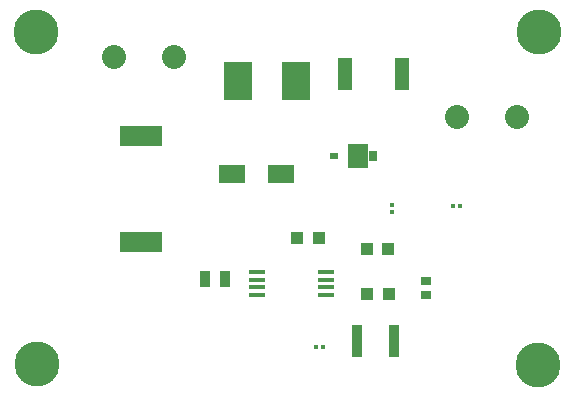
<source format=gbr>
%TF.GenerationSoftware,KiCad,Pcbnew,(6.0.10)*%
%TF.CreationDate,2023-02-10T16:59:39+05:30*%
%TF.ProjectId,MpptDemoBoard,4d707074-4465-46d6-9f42-6f6172642e6b,rev?*%
%TF.SameCoordinates,Original*%
%TF.FileFunction,Soldermask,Top*%
%TF.FilePolarity,Negative*%
%FSLAX46Y46*%
G04 Gerber Fmt 4.6, Leading zero omitted, Abs format (unit mm)*
G04 Created by KiCad (PCBNEW (6.0.10)) date 2023-02-10 16:59:39*
%MOMM*%
%LPD*%
G01*
G04 APERTURE LIST*
%ADD10R,2.200000X1.550000*%
%ADD11R,3.606800X1.803400*%
%ADD12C,3.800000*%
%ADD13R,1.200000X2.800000*%
%ADD14R,0.750000X0.850000*%
%ADD15R,0.700000X0.550000*%
%ADD16R,1.800000X2.040000*%
%ADD17R,2.450000X3.300000*%
%ADD18R,1.475000X0.450000*%
%ADD19C,2.032000*%
%ADD20R,1.050000X1.050000*%
%ADD21R,0.300000X0.300000*%
%ADD22R,0.820000X2.720000*%
%ADD23R,0.900000X0.650000*%
%ADD24R,0.910000X1.390000*%
G04 APERTURE END LIST*
D10*
%TO.C,D1*%
X118625400Y-112801400D03*
X122725400Y-112801400D03*
%TD*%
D11*
%TO.C,L1*%
X110890250Y-118516600D03*
X110890250Y-109525000D03*
%TD*%
D12*
%TO.C,REF\u002A\u002A*%
X144551400Y-128955800D03*
%TD*%
D13*
%TO.C,R4*%
X128181400Y-104317800D03*
X132981400Y-104317800D03*
%TD*%
D14*
%TO.C,Z1*%
X130580400Y-111277400D03*
D15*
X127255400Y-111277400D03*
D16*
X129305400Y-111277400D03*
%TD*%
D12*
%TO.C,REF\u002A\u002A*%
X144627600Y-100787200D03*
%TD*%
D17*
%TO.C,R5*%
X119139800Y-104876600D03*
X124039800Y-104876600D03*
%TD*%
D18*
%TO.C,IC1*%
X126610600Y-121072000D03*
X126610600Y-121722000D03*
X126610600Y-122372000D03*
X126610600Y-123022000D03*
X120734600Y-123022000D03*
X120734600Y-122372000D03*
X120734600Y-121722000D03*
X120734600Y-121072000D03*
%TD*%
D19*
%TO.C,U1*%
X137668000Y-107950000D03*
X142748000Y-107950000D03*
%TD*%
D20*
%TO.C,C5*%
X130037400Y-122961400D03*
X131887400Y-122961400D03*
%TD*%
D12*
%TO.C,REF\u002A\u002A*%
X102031800Y-100761800D03*
%TD*%
D20*
%TO.C,C4*%
X130012000Y-119151400D03*
X131862000Y-119151400D03*
%TD*%
D12*
%TO.C,REF\u002A\u002A*%
X102082600Y-128854200D03*
%TD*%
D21*
%TO.C,R1*%
X137338600Y-115443000D03*
X137938600Y-115443000D03*
%TD*%
D22*
%TO.C,C3*%
X129209200Y-126898400D03*
X132309200Y-126898400D03*
%TD*%
D21*
%TO.C,R2*%
X125756200Y-127457200D03*
X126356200Y-127457200D03*
%TD*%
D19*
%TO.C,U2*%
X113741200Y-102895400D03*
X108661200Y-102895400D03*
%TD*%
D23*
%TO.C,R6*%
X135077200Y-123019200D03*
X135077200Y-121869200D03*
%TD*%
D21*
%TO.C,R3*%
X132156200Y-116022400D03*
X132156200Y-115422400D03*
%TD*%
D24*
%TO.C,C1*%
X117990200Y-121691400D03*
X116350200Y-121691400D03*
%TD*%
D20*
%TO.C,C2*%
X124104400Y-118186200D03*
X125954400Y-118186200D03*
%TD*%
M02*

</source>
